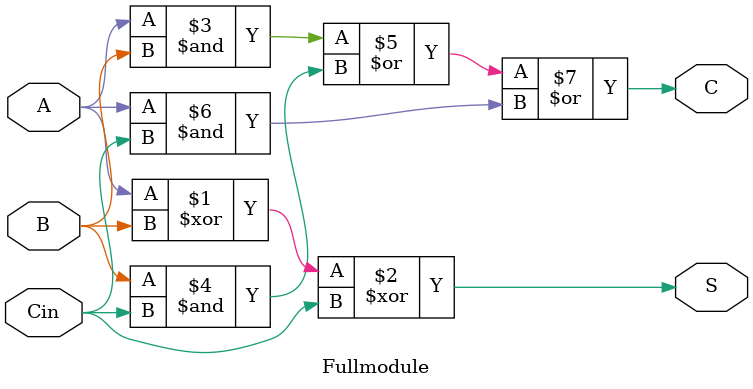
<source format=v>
`timescale 1ns / 1ps

module Fullmodule(input A,input B,input Cin,output S,output C);
assign S=A^B^Cin;
assign C=A&B | B&Cin | A&Cin;

endmodule

</source>
